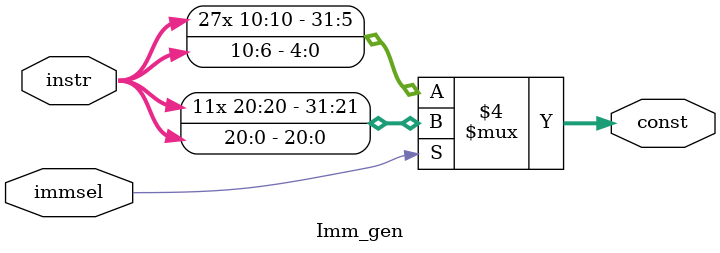
<source format=v>
`timescale 1ns / 1ps


module Imm_gen(
      input [31:0] instr,
      input immsel,
      output reg[31:0] const

    );
     
     reg [20:0] const1;
     reg [4:0] shamt; 
    always @(*)
     begin 
      if(immsel == 0) //R-type
        begin 
          shamt = instr[10:6];
          const = $signed(shamt);
        end
      else 
        begin 
          const1 = instr[20:0];
          const =  $signed(const1);
        end
     end
          
endmodule

</source>
